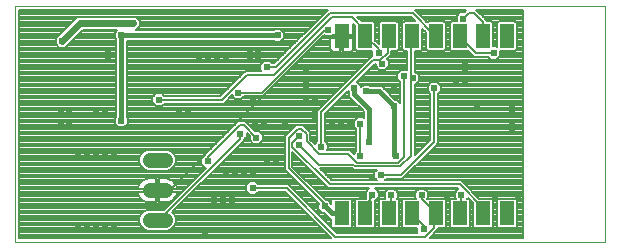
<source format=gbl>
G75*
%MOIN*%
%OFA0B0*%
%FSLAX25Y25*%
%IPPOS*%
%LPD*%
%AMOC8*
5,1,8,0,0,1.08239X$1,22.5*
%
%ADD10C,0.00100*%
%ADD11C,0.05150*%
%ADD12R,0.04724X0.07874*%
%ADD13C,0.00600*%
%ADD14C,0.02400*%
%ADD15C,0.00800*%
%ADD16C,0.01600*%
%ADD17C,0.02400*%
D10*
X0024791Y0037936D02*
X0221641Y0037936D01*
X0221641Y0116676D01*
X0024791Y0116676D01*
X0024791Y0037936D01*
D11*
X0069736Y0045125D02*
X0074886Y0045125D01*
X0074886Y0055125D02*
X0069736Y0055125D01*
X0069736Y0065125D02*
X0074886Y0065125D01*
D12*
X0133649Y0047424D03*
X0141523Y0047424D03*
X0149397Y0047424D03*
X0157271Y0047424D03*
X0165145Y0047424D03*
X0173019Y0047424D03*
X0180893Y0047424D03*
X0188767Y0047424D03*
X0188767Y0106479D03*
X0180893Y0106479D03*
X0173019Y0106479D03*
X0165145Y0106479D03*
X0157271Y0106479D03*
X0149397Y0106479D03*
X0141523Y0106479D03*
X0133649Y0106479D03*
D13*
X0133391Y0106336D01*
X0127391Y0106336D01*
X0105191Y0084136D01*
X0103991Y0085336D01*
X0105191Y0084136D02*
X0076391Y0055336D01*
X0072791Y0055336D01*
X0072311Y0055125D01*
X0072791Y0045136D02*
X0072311Y0045125D01*
X0072791Y0045136D02*
X0099791Y0072136D01*
X0099791Y0073936D01*
X0099791Y0076936D02*
X0088991Y0066136D01*
X0088991Y0064936D01*
X0103991Y0055936D02*
X0115391Y0055936D01*
X0131591Y0039736D01*
X0161591Y0039736D01*
X0164591Y0042736D01*
X0164591Y0046936D01*
X0165145Y0047424D01*
X0165191Y0047536D01*
X0160391Y0052336D01*
X0160391Y0053536D01*
X0150191Y0053536D02*
X0150191Y0048136D01*
X0149591Y0047536D01*
X0149397Y0047424D01*
X0157271Y0047424D02*
X0157391Y0046936D01*
X0160991Y0043336D01*
X0160991Y0042136D01*
X0173019Y0047424D02*
X0173591Y0047536D01*
X0173591Y0053536D01*
X0172991Y0057136D02*
X0180791Y0049336D01*
X0180791Y0047536D01*
X0180893Y0047424D01*
X0172991Y0057136D02*
X0129791Y0057136D01*
X0117191Y0069736D01*
X0117191Y0070936D01*
X0119591Y0073336D01*
X0120191Y0075736D02*
X0121991Y0073936D01*
X0121991Y0071536D01*
X0126191Y0067336D01*
X0135791Y0067336D01*
X0138791Y0064336D01*
X0152591Y0064336D01*
X0154391Y0066136D01*
X0154391Y0093136D01*
X0156791Y0092536D02*
X0157391Y0092536D01*
X0156791Y0092536D02*
X0156791Y0066736D01*
X0153191Y0063136D01*
X0138191Y0063136D01*
X0137591Y0063736D01*
X0126191Y0063736D01*
X0119591Y0070336D01*
X0115991Y0072736D02*
X0115991Y0062536D01*
X0127991Y0050536D01*
X0128137Y0049747D01*
X0126791Y0069736D02*
X0126791Y0081136D01*
X0144191Y0098536D01*
X0145991Y0098536D01*
X0147191Y0097336D01*
X0146591Y0098536D02*
X0148991Y0100936D01*
X0148991Y0106336D01*
X0149397Y0106479D01*
X0145991Y0102136D02*
X0141791Y0106336D01*
X0141523Y0106479D01*
X0141191Y0106936D01*
X0141191Y0108736D01*
X0136991Y0112936D01*
X0130391Y0112936D01*
X0111191Y0093736D01*
X0102191Y0093736D01*
X0093791Y0085336D01*
X0072791Y0085336D01*
X0099191Y0087736D02*
X0106991Y0087736D01*
X0127991Y0108736D01*
X0129191Y0108736D01*
X0129791Y0114136D02*
X0157391Y0114136D01*
X0164591Y0106936D01*
X0165145Y0106479D01*
X0157271Y0106479D02*
X0156791Y0106336D01*
X0156791Y0092536D01*
X0146591Y0098536D02*
X0145991Y0098536D01*
X0145991Y0100936D02*
X0145991Y0102136D01*
X0129791Y0114136D02*
X0111791Y0096136D01*
X0108791Y0096136D01*
X0100991Y0076936D02*
X0099791Y0076936D01*
X0100991Y0076936D02*
X0105191Y0072736D01*
X0115991Y0072736D02*
X0118991Y0075736D01*
X0120191Y0075736D01*
X0172991Y0106336D02*
X0173019Y0106479D01*
X0172991Y0106336D02*
X0178391Y0100936D01*
X0184391Y0100936D01*
X0180893Y0106479D02*
X0180791Y0106936D01*
X0180791Y0111136D01*
X0177791Y0114136D01*
X0175991Y0114136D01*
X0174191Y0112336D01*
D14*
X0174191Y0112336D03*
X0184391Y0100936D03*
X0174857Y0097934D03*
X0174857Y0094982D03*
X0174857Y0092029D03*
X0171904Y0092029D03*
X0164555Y0089117D03*
X0157391Y0092536D03*
X0154391Y0093136D03*
X0151235Y0089273D03*
X0148282Y0092226D03*
X0141917Y0088133D03*
X0137980Y0089117D03*
X0124660Y0084942D03*
X0121708Y0085926D03*
X0121708Y0088879D03*
X0121708Y0091832D03*
X0121708Y0094785D03*
X0108791Y0096136D03*
X0105960Y0099115D03*
X0103007Y0099115D03*
X0103007Y0102068D03*
X0105960Y0102068D03*
X0112389Y0106834D03*
X0129191Y0108736D03*
X0145330Y0111911D03*
X0153204Y0111911D03*
X0145991Y0100936D03*
X0147191Y0097336D03*
X0151169Y0083212D03*
X0139949Y0077306D03*
X0136471Y0077462D03*
X0133519Y0077462D03*
X0130566Y0077462D03*
X0124660Y0079037D03*
X0124660Y0081989D03*
X0114818Y0076478D03*
X0119591Y0073336D03*
X0119591Y0070336D03*
X0126791Y0069736D03*
X0139949Y0066479D03*
X0142901Y0071400D03*
X0151760Y0066479D03*
X0146838Y0060180D03*
X0143755Y0059352D03*
X0143886Y0053684D03*
X0140408Y0053446D03*
X0150191Y0053536D03*
X0160391Y0053536D03*
X0168952Y0052856D03*
X0173591Y0053536D03*
X0184700Y0052856D03*
X0192574Y0053446D03*
X0175841Y0061911D03*
X0172692Y0061911D03*
X0190605Y0072147D03*
X0190605Y0075100D03*
X0190605Y0078052D03*
X0190605Y0081005D03*
X0190605Y0083958D03*
X0178794Y0083171D03*
X0178794Y0076084D03*
X0128137Y0049747D03*
X0118755Y0045966D03*
X0115802Y0045966D03*
X0097101Y0051871D03*
X0094149Y0051871D03*
X0091196Y0051871D03*
X0103991Y0055936D03*
X0103991Y0061714D03*
X0101038Y0061714D03*
X0098086Y0061714D03*
X0095133Y0061714D03*
X0088991Y0064936D03*
X0099791Y0073936D03*
X0105191Y0072736D03*
X0104975Y0076478D03*
X0107928Y0076478D03*
X0103991Y0085336D03*
X0099191Y0087736D03*
X0082338Y0081399D03*
X0079385Y0081399D03*
X0072791Y0085336D03*
X0060224Y0078290D03*
X0054778Y0081399D03*
X0051826Y0081399D03*
X0051826Y0084352D03*
X0054778Y0084352D03*
X0042967Y0080415D03*
X0040015Y0080415D03*
X0040015Y0077462D03*
X0042967Y0077462D03*
X0045920Y0066635D03*
X0048873Y0066635D03*
X0051826Y0066635D03*
X0054778Y0066635D03*
X0057731Y0066635D03*
X0057731Y0043013D03*
X0054778Y0043013D03*
X0051826Y0043013D03*
X0048873Y0043013D03*
X0045920Y0043013D03*
X0088243Y0041045D03*
X0108912Y0065651D03*
X0111865Y0065651D03*
X0137456Y0042029D03*
X0145330Y0042029D03*
X0153204Y0042029D03*
X0160991Y0042136D03*
X0168952Y0042029D03*
X0176826Y0042029D03*
X0184700Y0042029D03*
X0095133Y0099115D03*
X0092180Y0099115D03*
X0089227Y0099115D03*
X0086275Y0099115D03*
X0064161Y0110771D03*
X0060224Y0106834D03*
X0055763Y0102068D03*
X0055763Y0099115D03*
X0055763Y0096163D03*
X0040539Y0104865D03*
D15*
X0038339Y0105011D02*
X0026241Y0105011D01*
X0026241Y0105809D02*
X0038372Y0105809D01*
X0038339Y0105776D02*
X0038339Y0103954D01*
X0039628Y0102665D01*
X0041450Y0102665D01*
X0042739Y0103954D01*
X0047356Y0108571D01*
X0058850Y0108571D01*
X0058024Y0107745D01*
X0058024Y0105922D01*
X0058424Y0105522D01*
X0058424Y0079602D01*
X0058024Y0079202D01*
X0058024Y0077379D01*
X0059313Y0076090D01*
X0061135Y0076090D01*
X0062424Y0077379D01*
X0062424Y0079202D01*
X0062024Y0079602D01*
X0062024Y0105034D01*
X0111078Y0105034D01*
X0111478Y0104634D01*
X0113301Y0104634D01*
X0114589Y0105922D01*
X0114589Y0107745D01*
X0113301Y0109034D01*
X0111478Y0109034D01*
X0111078Y0108634D01*
X0065135Y0108634D01*
X0066361Y0109859D01*
X0066361Y0111682D01*
X0065072Y0112971D01*
X0045533Y0112971D01*
X0039628Y0107065D01*
X0038339Y0105776D01*
X0039171Y0106608D02*
X0026241Y0106608D01*
X0026241Y0107406D02*
X0039969Y0107406D01*
X0040768Y0108205D02*
X0026241Y0108205D01*
X0026241Y0109003D02*
X0041566Y0109003D01*
X0042365Y0109802D02*
X0026241Y0109802D01*
X0026241Y0110600D02*
X0043163Y0110600D01*
X0043962Y0111399D02*
X0026241Y0111399D01*
X0026241Y0112197D02*
X0044760Y0112197D01*
X0046990Y0108205D02*
X0058484Y0108205D01*
X0058024Y0107406D02*
X0046192Y0107406D01*
X0045393Y0106608D02*
X0058024Y0106608D01*
X0058137Y0105809D02*
X0044595Y0105809D01*
X0043796Y0105011D02*
X0058424Y0105011D01*
X0058424Y0104212D02*
X0042998Y0104212D01*
X0042199Y0103414D02*
X0058424Y0103414D01*
X0058424Y0102615D02*
X0026241Y0102615D01*
X0026241Y0101817D02*
X0058424Y0101817D01*
X0058424Y0101018D02*
X0026241Y0101018D01*
X0026241Y0100220D02*
X0058424Y0100220D01*
X0058424Y0099421D02*
X0026241Y0099421D01*
X0026241Y0098623D02*
X0058424Y0098623D01*
X0058424Y0097824D02*
X0026241Y0097824D01*
X0026241Y0097026D02*
X0058424Y0097026D01*
X0058424Y0096227D02*
X0026241Y0096227D01*
X0026241Y0095429D02*
X0058424Y0095429D01*
X0058424Y0094630D02*
X0026241Y0094630D01*
X0026241Y0093832D02*
X0058424Y0093832D01*
X0058424Y0093033D02*
X0026241Y0093033D01*
X0026241Y0092235D02*
X0058424Y0092235D01*
X0058424Y0091436D02*
X0026241Y0091436D01*
X0026241Y0090638D02*
X0058424Y0090638D01*
X0058424Y0089839D02*
X0026241Y0089839D01*
X0026241Y0089041D02*
X0058424Y0089041D01*
X0058424Y0088242D02*
X0026241Y0088242D01*
X0026241Y0087444D02*
X0058424Y0087444D01*
X0058424Y0086645D02*
X0026241Y0086645D01*
X0026241Y0085847D02*
X0058424Y0085847D01*
X0058424Y0085048D02*
X0026241Y0085048D01*
X0026241Y0084250D02*
X0058424Y0084250D01*
X0058424Y0083451D02*
X0026241Y0083451D01*
X0026241Y0082653D02*
X0058424Y0082653D01*
X0058424Y0081854D02*
X0026241Y0081854D01*
X0026241Y0081056D02*
X0058424Y0081056D01*
X0058424Y0080257D02*
X0026241Y0080257D01*
X0026241Y0079459D02*
X0058281Y0079459D01*
X0058024Y0078660D02*
X0026241Y0078660D01*
X0026241Y0077861D02*
X0058024Y0077861D01*
X0058340Y0077063D02*
X0026241Y0077063D01*
X0026241Y0076264D02*
X0059139Y0076264D01*
X0061310Y0076264D02*
X0097281Y0076264D01*
X0096483Y0075466D02*
X0026241Y0075466D01*
X0026241Y0074667D02*
X0095684Y0074667D01*
X0094886Y0073869D02*
X0026241Y0073869D01*
X0026241Y0073070D02*
X0094087Y0073070D01*
X0093289Y0072272D02*
X0026241Y0072272D01*
X0026241Y0071473D02*
X0092490Y0071473D01*
X0091692Y0070675D02*
X0026241Y0070675D01*
X0026241Y0069876D02*
X0090893Y0069876D01*
X0090095Y0069078D02*
X0026241Y0069078D01*
X0026241Y0068279D02*
X0068010Y0068279D01*
X0067711Y0068155D02*
X0066705Y0067150D01*
X0066161Y0065836D01*
X0066161Y0064414D01*
X0066705Y0063100D01*
X0067711Y0062094D01*
X0069025Y0061550D01*
X0075597Y0061550D01*
X0076910Y0062094D01*
X0077916Y0063100D01*
X0078460Y0064414D01*
X0078460Y0065836D01*
X0077916Y0067150D01*
X0076910Y0068155D01*
X0075597Y0068700D01*
X0069025Y0068700D01*
X0067711Y0068155D01*
X0067036Y0067481D02*
X0026241Y0067481D01*
X0026241Y0066682D02*
X0066512Y0066682D01*
X0066181Y0065884D02*
X0026241Y0065884D01*
X0026241Y0065085D02*
X0066161Y0065085D01*
X0066214Y0064287D02*
X0026241Y0064287D01*
X0026241Y0063488D02*
X0066544Y0063488D01*
X0067116Y0062690D02*
X0026241Y0062690D01*
X0026241Y0061891D02*
X0068201Y0061891D01*
X0068577Y0058947D02*
X0067853Y0058647D01*
X0067202Y0058212D01*
X0066648Y0057659D01*
X0066213Y0057008D01*
X0065914Y0056284D01*
X0065761Y0055516D01*
X0065761Y0055512D01*
X0071923Y0055512D01*
X0071923Y0054737D01*
X0072698Y0054737D01*
X0072698Y0051150D01*
X0075277Y0051150D01*
X0076045Y0051303D01*
X0076768Y0051602D01*
X0077419Y0052037D01*
X0077973Y0052591D01*
X0078408Y0053242D01*
X0078708Y0053965D01*
X0078860Y0054733D01*
X0078860Y0054737D01*
X0072698Y0054737D01*
X0072698Y0055512D01*
X0078860Y0055512D01*
X0078860Y0055516D01*
X0078708Y0056284D01*
X0078408Y0057008D01*
X0077973Y0057659D01*
X0077419Y0058212D01*
X0076768Y0058647D01*
X0076045Y0058947D01*
X0075277Y0059100D01*
X0072698Y0059100D01*
X0072698Y0055512D01*
X0071923Y0055512D01*
X0071923Y0059100D01*
X0069344Y0059100D01*
X0068577Y0058947D01*
X0067974Y0058697D02*
X0026241Y0058697D01*
X0026241Y0057899D02*
X0066889Y0057899D01*
X0066275Y0057100D02*
X0026241Y0057100D01*
X0026241Y0056302D02*
X0065921Y0056302D01*
X0065761Y0054737D02*
X0065761Y0054733D01*
X0065914Y0053965D01*
X0066213Y0053242D01*
X0066648Y0052591D01*
X0067202Y0052037D01*
X0067853Y0051602D01*
X0068577Y0051303D01*
X0069344Y0051150D01*
X0071923Y0051150D01*
X0071923Y0054737D01*
X0065761Y0054737D01*
X0065767Y0054705D02*
X0026241Y0054705D01*
X0026241Y0055503D02*
X0071923Y0055503D01*
X0072698Y0055503D02*
X0081320Y0055503D01*
X0080521Y0054705D02*
X0078855Y0054705D01*
X0078683Y0053906D02*
X0079723Y0053906D01*
X0078924Y0053108D02*
X0078318Y0053108D01*
X0078126Y0052309D02*
X0077691Y0052309D01*
X0077327Y0051511D02*
X0076547Y0051511D01*
X0076529Y0050712D02*
X0026241Y0050712D01*
X0026241Y0049914D02*
X0075730Y0049914D01*
X0074932Y0049115D02*
X0026241Y0049115D01*
X0026241Y0048317D02*
X0068100Y0048317D01*
X0067711Y0048155D02*
X0066705Y0047150D01*
X0066161Y0045836D01*
X0066161Y0044414D01*
X0066705Y0043100D01*
X0067711Y0042094D01*
X0069025Y0041550D01*
X0075597Y0041550D01*
X0076910Y0042094D01*
X0077916Y0043100D01*
X0078460Y0044414D01*
X0078460Y0045836D01*
X0077916Y0047150D01*
X0077280Y0047786D01*
X0101091Y0071597D01*
X0101091Y0072125D01*
X0101991Y0073025D01*
X0101991Y0074097D01*
X0102991Y0073097D01*
X0102991Y0071825D01*
X0104280Y0070536D01*
X0106102Y0070536D01*
X0107391Y0071825D01*
X0107391Y0073647D01*
X0106102Y0074936D01*
X0104830Y0074936D01*
X0102291Y0077474D01*
X0101530Y0078236D01*
X0099253Y0078236D01*
X0088453Y0067436D01*
X0088153Y0067136D01*
X0088080Y0067136D01*
X0086791Y0065847D01*
X0086791Y0064025D01*
X0088080Y0062736D01*
X0088553Y0062736D01*
X0074516Y0048700D01*
X0069025Y0048700D01*
X0067711Y0048155D01*
X0067074Y0047518D02*
X0026241Y0047518D01*
X0026241Y0046720D02*
X0066527Y0046720D01*
X0066196Y0045921D02*
X0026241Y0045921D01*
X0026241Y0045123D02*
X0066161Y0045123D01*
X0066198Y0044324D02*
X0026241Y0044324D01*
X0026241Y0043526D02*
X0066529Y0043526D01*
X0067078Y0042727D02*
X0026241Y0042727D01*
X0026241Y0041928D02*
X0068111Y0041928D01*
X0076510Y0041928D02*
X0127560Y0041928D01*
X0128359Y0041130D02*
X0026241Y0041130D01*
X0026241Y0040331D02*
X0129157Y0040331D01*
X0129956Y0039533D02*
X0026241Y0039533D01*
X0026241Y0039386D02*
X0026241Y0115226D01*
X0129043Y0115226D01*
X0128491Y0114674D01*
X0111253Y0097436D01*
X0110602Y0097436D01*
X0109702Y0098336D01*
X0107880Y0098336D01*
X0106591Y0097047D01*
X0106591Y0095225D01*
X0106780Y0095036D01*
X0101653Y0095036D01*
X0100891Y0094274D01*
X0093253Y0086636D01*
X0074602Y0086636D01*
X0073702Y0087536D01*
X0071880Y0087536D01*
X0070591Y0086247D01*
X0070591Y0084425D01*
X0071880Y0083136D01*
X0073702Y0083136D01*
X0074602Y0084036D01*
X0094330Y0084036D01*
X0097055Y0086761D01*
X0098280Y0085536D01*
X0100102Y0085536D01*
X0101002Y0086436D01*
X0107530Y0086436D01*
X0127955Y0106861D01*
X0128280Y0106536D01*
X0130102Y0106536D01*
X0130446Y0106879D01*
X0133249Y0106879D01*
X0133249Y0106079D01*
X0129887Y0106079D01*
X0129887Y0102358D01*
X0129983Y0102002D01*
X0130167Y0101683D01*
X0130427Y0101422D01*
X0130747Y0101238D01*
X0131103Y0101142D01*
X0133249Y0101142D01*
X0133249Y0106079D01*
X0134049Y0106079D01*
X0134049Y0101142D01*
X0136196Y0101142D01*
X0136552Y0101238D01*
X0136871Y0101422D01*
X0137132Y0101683D01*
X0137316Y0102002D01*
X0137412Y0102358D01*
X0137412Y0106079D01*
X0134049Y0106079D01*
X0134049Y0106879D01*
X0137412Y0106879D01*
X0137412Y0110601D01*
X0137384Y0110705D01*
X0138161Y0109927D01*
X0138161Y0102128D01*
X0138747Y0101542D01*
X0143791Y0101542D01*
X0143791Y0100025D01*
X0143980Y0099836D01*
X0143653Y0099836D01*
X0142891Y0099074D01*
X0125491Y0081674D01*
X0125491Y0071547D01*
X0124655Y0070711D01*
X0123291Y0072074D01*
X0123291Y0074474D01*
X0121491Y0076274D01*
X0120730Y0077036D01*
X0118453Y0077036D01*
X0115453Y0074036D01*
X0114691Y0073274D01*
X0114691Y0061997D01*
X0125984Y0050705D01*
X0125937Y0050658D01*
X0125937Y0048836D01*
X0127226Y0047547D01*
X0127792Y0047547D01*
X0128660Y0046679D01*
X0129715Y0045624D01*
X0130287Y0045624D01*
X0130287Y0043073D01*
X0130873Y0042487D01*
X0136426Y0042487D01*
X0137012Y0043073D01*
X0137012Y0051775D01*
X0136426Y0052361D01*
X0130873Y0052361D01*
X0130287Y0051775D01*
X0130287Y0050709D01*
X0129049Y0051947D01*
X0128418Y0051947D01*
X0117291Y0063074D01*
X0117291Y0067797D01*
X0128491Y0056597D01*
X0129253Y0055836D01*
X0142926Y0055836D01*
X0141686Y0054595D01*
X0141686Y0052773D01*
X0141868Y0052591D01*
X0141766Y0052361D01*
X0138747Y0052361D01*
X0138161Y0051775D01*
X0138161Y0043073D01*
X0138747Y0042487D01*
X0144300Y0042487D01*
X0144886Y0043073D01*
X0144886Y0051573D01*
X0146086Y0052773D01*
X0146086Y0054595D01*
X0144845Y0055836D01*
X0172453Y0055836D01*
X0172616Y0055672D01*
X0171391Y0054447D01*
X0171391Y0052625D01*
X0171655Y0052361D01*
X0170243Y0052361D01*
X0169657Y0051775D01*
X0169657Y0043073D01*
X0170243Y0042487D01*
X0175796Y0042487D01*
X0176382Y0043073D01*
X0176382Y0051775D01*
X0175796Y0052361D01*
X0175527Y0052361D01*
X0175727Y0052561D01*
X0177531Y0050757D01*
X0177531Y0043073D01*
X0178117Y0042487D01*
X0183670Y0042487D01*
X0184256Y0043073D01*
X0184256Y0051775D01*
X0183670Y0052361D01*
X0179604Y0052361D01*
X0173530Y0058436D01*
X0148205Y0058436D01*
X0148550Y0058780D01*
X0153914Y0058780D01*
X0165135Y0070000D01*
X0165955Y0070821D01*
X0165955Y0087406D01*
X0166755Y0088206D01*
X0166755Y0090028D01*
X0165466Y0091317D01*
X0163644Y0091317D01*
X0162355Y0090028D01*
X0162355Y0088206D01*
X0163155Y0087406D01*
X0163155Y0071980D01*
X0158091Y0066917D01*
X0158091Y0090336D01*
X0158302Y0090336D01*
X0159591Y0091625D01*
X0159591Y0093447D01*
X0158302Y0094736D01*
X0158091Y0094736D01*
X0158091Y0101542D01*
X0160048Y0101542D01*
X0160634Y0102128D01*
X0160634Y0109055D01*
X0161783Y0107905D01*
X0161783Y0102128D01*
X0162369Y0101542D01*
X0167922Y0101542D01*
X0168508Y0102128D01*
X0168508Y0110830D01*
X0167922Y0111416D01*
X0162369Y0111416D01*
X0162159Y0111206D01*
X0158139Y0115226D01*
X0175243Y0115226D01*
X0174691Y0114674D01*
X0174553Y0114536D01*
X0173280Y0114536D01*
X0171991Y0113247D01*
X0171991Y0111425D01*
X0171999Y0111416D01*
X0170243Y0111416D01*
X0169657Y0110830D01*
X0169657Y0102128D01*
X0170243Y0101542D01*
X0175796Y0101542D01*
X0175871Y0101617D01*
X0177853Y0099636D01*
X0182580Y0099636D01*
X0183480Y0098736D01*
X0185302Y0098736D01*
X0186591Y0100025D01*
X0186591Y0101542D01*
X0191544Y0101542D01*
X0192130Y0102128D01*
X0192130Y0110830D01*
X0191544Y0111416D01*
X0185991Y0111416D01*
X0185405Y0110830D01*
X0185405Y0103033D01*
X0185302Y0103136D01*
X0184256Y0103136D01*
X0184256Y0110830D01*
X0183670Y0111416D01*
X0182091Y0111416D01*
X0182091Y0111674D01*
X0181330Y0112436D01*
X0181330Y0112436D01*
X0179091Y0114674D01*
X0179091Y0114674D01*
X0178539Y0115226D01*
X0194082Y0115226D01*
X0194082Y0039386D01*
X0163079Y0039386D01*
X0165130Y0041436D01*
X0165891Y0042197D01*
X0165891Y0042487D01*
X0167922Y0042487D01*
X0168508Y0043073D01*
X0168508Y0051775D01*
X0167922Y0052361D01*
X0162369Y0052361D01*
X0162287Y0052279D01*
X0162266Y0052300D01*
X0162591Y0052625D01*
X0162591Y0054447D01*
X0161302Y0055736D01*
X0159480Y0055736D01*
X0158191Y0054447D01*
X0158191Y0052625D01*
X0158455Y0052361D01*
X0154495Y0052361D01*
X0153909Y0051775D01*
X0153909Y0043073D01*
X0154495Y0042487D01*
X0158791Y0042487D01*
X0158791Y0041225D01*
X0158980Y0041036D01*
X0132130Y0041036D01*
X0115930Y0057236D01*
X0105802Y0057236D01*
X0104902Y0058136D01*
X0103080Y0058136D01*
X0101791Y0056847D01*
X0101791Y0055025D01*
X0103080Y0053736D01*
X0104902Y0053736D01*
X0105802Y0054636D01*
X0114853Y0054636D01*
X0130103Y0039386D01*
X0026241Y0039386D01*
X0026241Y0051511D02*
X0068075Y0051511D01*
X0066930Y0052309D02*
X0026241Y0052309D01*
X0026241Y0053108D02*
X0066303Y0053108D01*
X0065938Y0053906D02*
X0026241Y0053906D01*
X0026241Y0059496D02*
X0085312Y0059496D01*
X0084514Y0058697D02*
X0076648Y0058697D01*
X0077733Y0057899D02*
X0083715Y0057899D01*
X0082917Y0057100D02*
X0078346Y0057100D01*
X0078700Y0056302D02*
X0082118Y0056302D01*
X0084198Y0054705D02*
X0102111Y0054705D01*
X0101791Y0055503D02*
X0084997Y0055503D01*
X0085795Y0056302D02*
X0101791Y0056302D01*
X0102044Y0057100D02*
X0086594Y0057100D01*
X0087392Y0057899D02*
X0102843Y0057899D01*
X0105140Y0057899D02*
X0118790Y0057899D01*
X0117991Y0058697D02*
X0088191Y0058697D01*
X0088989Y0059496D02*
X0117193Y0059496D01*
X0116394Y0060294D02*
X0089788Y0060294D01*
X0090586Y0061093D02*
X0115596Y0061093D01*
X0114797Y0061891D02*
X0091385Y0061891D01*
X0092183Y0062690D02*
X0114691Y0062690D01*
X0114691Y0063488D02*
X0092982Y0063488D01*
X0093780Y0064287D02*
X0114691Y0064287D01*
X0114691Y0065085D02*
X0094579Y0065085D01*
X0095377Y0065884D02*
X0114691Y0065884D01*
X0114691Y0066682D02*
X0096176Y0066682D01*
X0096974Y0067481D02*
X0114691Y0067481D01*
X0114691Y0068279D02*
X0097773Y0068279D01*
X0098571Y0069078D02*
X0114691Y0069078D01*
X0114691Y0069876D02*
X0099370Y0069876D01*
X0100168Y0070675D02*
X0104141Y0070675D01*
X0103342Y0071473D02*
X0100967Y0071473D01*
X0101238Y0072272D02*
X0102991Y0072272D01*
X0102991Y0073070D02*
X0101991Y0073070D01*
X0101991Y0073869D02*
X0102220Y0073869D01*
X0104299Y0075466D02*
X0116883Y0075466D01*
X0117681Y0076264D02*
X0103501Y0076264D01*
X0102702Y0077063D02*
X0125491Y0077063D01*
X0125491Y0077861D02*
X0101904Y0077861D01*
X0098878Y0077861D02*
X0062424Y0077861D01*
X0062424Y0078660D02*
X0125491Y0078660D01*
X0125491Y0079459D02*
X0062167Y0079459D01*
X0062024Y0080257D02*
X0125491Y0080257D01*
X0125491Y0081056D02*
X0062024Y0081056D01*
X0062024Y0081854D02*
X0125671Y0081854D01*
X0126469Y0082653D02*
X0062024Y0082653D01*
X0062024Y0083451D02*
X0071565Y0083451D01*
X0070766Y0084250D02*
X0062024Y0084250D01*
X0062024Y0085048D02*
X0070591Y0085048D01*
X0070591Y0085847D02*
X0062024Y0085847D01*
X0062024Y0086645D02*
X0070989Y0086645D01*
X0071787Y0087444D02*
X0062024Y0087444D01*
X0062024Y0088242D02*
X0094859Y0088242D01*
X0095657Y0089041D02*
X0062024Y0089041D01*
X0062024Y0089839D02*
X0096456Y0089839D01*
X0097254Y0090638D02*
X0062024Y0090638D01*
X0062024Y0091436D02*
X0098053Y0091436D01*
X0098851Y0092235D02*
X0062024Y0092235D01*
X0062024Y0093033D02*
X0099650Y0093033D01*
X0100448Y0093832D02*
X0062024Y0093832D01*
X0062024Y0094630D02*
X0101247Y0094630D01*
X0106591Y0095429D02*
X0062024Y0095429D01*
X0062024Y0096227D02*
X0106591Y0096227D01*
X0106591Y0097026D02*
X0062024Y0097026D01*
X0062024Y0097824D02*
X0107368Y0097824D01*
X0110214Y0097824D02*
X0111641Y0097824D01*
X0112439Y0098623D02*
X0062024Y0098623D01*
X0062024Y0099421D02*
X0113238Y0099421D01*
X0114036Y0100220D02*
X0062024Y0100220D01*
X0062024Y0101018D02*
X0114835Y0101018D01*
X0115633Y0101817D02*
X0062024Y0101817D01*
X0062024Y0102615D02*
X0116432Y0102615D01*
X0117230Y0103414D02*
X0062024Y0103414D01*
X0062024Y0104212D02*
X0118029Y0104212D01*
X0118828Y0105011D02*
X0113678Y0105011D01*
X0114477Y0105809D02*
X0119626Y0105809D01*
X0120425Y0106608D02*
X0114589Y0106608D01*
X0114589Y0107406D02*
X0121223Y0107406D01*
X0122022Y0108205D02*
X0114129Y0108205D01*
X0113331Y0109003D02*
X0122820Y0109003D01*
X0123619Y0109802D02*
X0066304Y0109802D01*
X0066361Y0110600D02*
X0124417Y0110600D01*
X0125216Y0111399D02*
X0066361Y0111399D01*
X0065845Y0112197D02*
X0126014Y0112197D01*
X0126813Y0112996D02*
X0026241Y0112996D01*
X0026241Y0113795D02*
X0127611Y0113795D01*
X0128410Y0114593D02*
X0026241Y0114593D01*
X0026241Y0104212D02*
X0038339Y0104212D01*
X0038879Y0103414D02*
X0026241Y0103414D01*
X0062024Y0105011D02*
X0111101Y0105011D01*
X0111448Y0109003D02*
X0065505Y0109003D01*
X0073795Y0087444D02*
X0094060Y0087444D01*
X0093262Y0086645D02*
X0074593Y0086645D01*
X0074017Y0083451D02*
X0127268Y0083451D01*
X0128066Y0084250D02*
X0094543Y0084250D01*
X0095342Y0085048D02*
X0128865Y0085048D01*
X0129663Y0085847D02*
X0100413Y0085847D01*
X0097969Y0085847D02*
X0096140Y0085847D01*
X0096939Y0086645D02*
X0097171Y0086645D01*
X0107739Y0086645D02*
X0130462Y0086645D01*
X0131260Y0087444D02*
X0108537Y0087444D01*
X0109336Y0088242D02*
X0132059Y0088242D01*
X0132857Y0089041D02*
X0110134Y0089041D01*
X0110933Y0089839D02*
X0133656Y0089839D01*
X0134454Y0090638D02*
X0111731Y0090638D01*
X0112530Y0091436D02*
X0135253Y0091436D01*
X0136051Y0092235D02*
X0113328Y0092235D01*
X0114127Y0093033D02*
X0136850Y0093033D01*
X0137648Y0093832D02*
X0114925Y0093832D01*
X0115724Y0094630D02*
X0138447Y0094630D01*
X0139245Y0095429D02*
X0116522Y0095429D01*
X0117321Y0096227D02*
X0140044Y0096227D01*
X0140842Y0097026D02*
X0118119Y0097026D01*
X0118918Y0097824D02*
X0141641Y0097824D01*
X0142439Y0098623D02*
X0119716Y0098623D01*
X0120515Y0099421D02*
X0143238Y0099421D01*
X0143791Y0100220D02*
X0121313Y0100220D01*
X0122112Y0101018D02*
X0143791Y0101018D01*
X0146035Y0103930D02*
X0144886Y0105080D01*
X0144886Y0110830D01*
X0144300Y0111416D01*
X0140349Y0111416D01*
X0138929Y0112836D01*
X0156853Y0112836D01*
X0158272Y0111416D01*
X0154495Y0111416D01*
X0153909Y0110830D01*
X0153909Y0102128D01*
X0154495Y0101542D01*
X0155491Y0101542D01*
X0155491Y0095147D01*
X0155302Y0095336D01*
X0153480Y0095336D01*
X0152191Y0094047D01*
X0152191Y0092225D01*
X0153091Y0091325D01*
X0153091Y0084401D01*
X0152080Y0085412D01*
X0151515Y0085412D01*
X0146993Y0089933D01*
X0143228Y0089933D01*
X0142828Y0090333D01*
X0141006Y0090333D01*
X0140180Y0089507D01*
X0140180Y0090028D01*
X0138891Y0091317D01*
X0138811Y0091317D01*
X0144730Y0097236D01*
X0144991Y0097236D01*
X0144991Y0096425D01*
X0146280Y0095136D01*
X0148102Y0095136D01*
X0149391Y0096425D01*
X0149391Y0098247D01*
X0148766Y0098872D01*
X0149530Y0099636D01*
X0150291Y0100397D01*
X0150291Y0101542D01*
X0152174Y0101542D01*
X0152760Y0102128D01*
X0152760Y0110830D01*
X0152174Y0111416D01*
X0146621Y0111416D01*
X0146035Y0110830D01*
X0146035Y0103930D01*
X0146035Y0104212D02*
X0145753Y0104212D01*
X0146035Y0105011D02*
X0144955Y0105011D01*
X0144886Y0105809D02*
X0146035Y0105809D01*
X0146035Y0106608D02*
X0144886Y0106608D01*
X0144886Y0107406D02*
X0146035Y0107406D01*
X0146035Y0108205D02*
X0144886Y0108205D01*
X0144886Y0109003D02*
X0146035Y0109003D01*
X0146035Y0109802D02*
X0144886Y0109802D01*
X0144886Y0110600D02*
X0146035Y0110600D01*
X0146604Y0111399D02*
X0144317Y0111399D01*
X0139568Y0112197D02*
X0157491Y0112197D01*
X0159571Y0113795D02*
X0172538Y0113795D01*
X0171991Y0112996D02*
X0160369Y0112996D01*
X0161168Y0112197D02*
X0171991Y0112197D01*
X0170226Y0111399D02*
X0167939Y0111399D01*
X0168508Y0110600D02*
X0169657Y0110600D01*
X0169657Y0109802D02*
X0168508Y0109802D01*
X0168508Y0109003D02*
X0169657Y0109003D01*
X0169657Y0108205D02*
X0168508Y0108205D01*
X0168508Y0107406D02*
X0169657Y0107406D01*
X0169657Y0106608D02*
X0168508Y0106608D01*
X0168508Y0105809D02*
X0169657Y0105809D01*
X0169657Y0105011D02*
X0168508Y0105011D01*
X0168508Y0104212D02*
X0169657Y0104212D01*
X0169657Y0103414D02*
X0168508Y0103414D01*
X0168508Y0102615D02*
X0169657Y0102615D01*
X0169968Y0101817D02*
X0168196Y0101817D01*
X0162094Y0101817D02*
X0160322Y0101817D01*
X0160634Y0102615D02*
X0161783Y0102615D01*
X0161783Y0103414D02*
X0160634Y0103414D01*
X0160634Y0104212D02*
X0161783Y0104212D01*
X0161783Y0105011D02*
X0160634Y0105011D01*
X0160634Y0105809D02*
X0161783Y0105809D01*
X0161783Y0106608D02*
X0160634Y0106608D01*
X0160634Y0107406D02*
X0161783Y0107406D01*
X0161484Y0108205D02*
X0160634Y0108205D01*
X0160634Y0109003D02*
X0160685Y0109003D01*
X0161966Y0111399D02*
X0162352Y0111399D01*
X0158772Y0114593D02*
X0174610Y0114593D01*
X0179172Y0114593D02*
X0194082Y0114593D01*
X0194082Y0113795D02*
X0179971Y0113795D01*
X0180769Y0112996D02*
X0194082Y0112996D01*
X0194082Y0112197D02*
X0181568Y0112197D01*
X0183687Y0111399D02*
X0185974Y0111399D01*
X0185405Y0110600D02*
X0184256Y0110600D01*
X0184256Y0109802D02*
X0185405Y0109802D01*
X0185405Y0109003D02*
X0184256Y0109003D01*
X0184256Y0108205D02*
X0185405Y0108205D01*
X0185405Y0107406D02*
X0184256Y0107406D01*
X0184256Y0106608D02*
X0185405Y0106608D01*
X0185405Y0105809D02*
X0184256Y0105809D01*
X0184256Y0105011D02*
X0185405Y0105011D01*
X0185405Y0104212D02*
X0184256Y0104212D01*
X0184256Y0103414D02*
X0185405Y0103414D01*
X0186591Y0101018D02*
X0194082Y0101018D01*
X0194082Y0100220D02*
X0186591Y0100220D01*
X0185988Y0099421D02*
X0194082Y0099421D01*
X0194082Y0098623D02*
X0158091Y0098623D01*
X0158091Y0099421D02*
X0182794Y0099421D01*
X0177269Y0100220D02*
X0158091Y0100220D01*
X0158091Y0101018D02*
X0176470Y0101018D01*
X0191818Y0101817D02*
X0194082Y0101817D01*
X0194082Y0102615D02*
X0192130Y0102615D01*
X0192130Y0103414D02*
X0194082Y0103414D01*
X0194082Y0104212D02*
X0192130Y0104212D01*
X0192130Y0105011D02*
X0194082Y0105011D01*
X0194082Y0105809D02*
X0192130Y0105809D01*
X0192130Y0106608D02*
X0194082Y0106608D01*
X0194082Y0107406D02*
X0192130Y0107406D01*
X0192130Y0108205D02*
X0194082Y0108205D01*
X0194082Y0109003D02*
X0192130Y0109003D01*
X0192130Y0109802D02*
X0194082Y0109802D01*
X0194082Y0110600D02*
X0192130Y0110600D01*
X0191561Y0111399D02*
X0194082Y0111399D01*
X0194082Y0097824D02*
X0158091Y0097824D01*
X0158091Y0097026D02*
X0194082Y0097026D01*
X0194082Y0096227D02*
X0158091Y0096227D01*
X0158091Y0095429D02*
X0194082Y0095429D01*
X0194082Y0094630D02*
X0158408Y0094630D01*
X0159207Y0093832D02*
X0194082Y0093832D01*
X0194082Y0093033D02*
X0159591Y0093033D01*
X0159591Y0092235D02*
X0194082Y0092235D01*
X0194082Y0091436D02*
X0159403Y0091436D01*
X0158604Y0090638D02*
X0162964Y0090638D01*
X0162355Y0089839D02*
X0158091Y0089839D01*
X0158091Y0089041D02*
X0162355Y0089041D01*
X0162355Y0088242D02*
X0158091Y0088242D01*
X0158091Y0087444D02*
X0163117Y0087444D01*
X0163155Y0086645D02*
X0158091Y0086645D01*
X0158091Y0085847D02*
X0163155Y0085847D01*
X0163155Y0085048D02*
X0158091Y0085048D01*
X0158091Y0084250D02*
X0163155Y0084250D01*
X0163155Y0083451D02*
X0158091Y0083451D01*
X0158091Y0082653D02*
X0163155Y0082653D01*
X0163155Y0081854D02*
X0158091Y0081854D01*
X0158091Y0081056D02*
X0163155Y0081056D01*
X0163155Y0080257D02*
X0158091Y0080257D01*
X0158091Y0079459D02*
X0163155Y0079459D01*
X0163155Y0078660D02*
X0158091Y0078660D01*
X0158091Y0077861D02*
X0163155Y0077861D01*
X0163155Y0077063D02*
X0158091Y0077063D01*
X0158091Y0076264D02*
X0163155Y0076264D01*
X0163155Y0075466D02*
X0158091Y0075466D01*
X0158091Y0074667D02*
X0163155Y0074667D01*
X0163155Y0073869D02*
X0158091Y0073869D01*
X0158091Y0073070D02*
X0163155Y0073070D01*
X0163155Y0072272D02*
X0158091Y0072272D01*
X0158091Y0071473D02*
X0162648Y0071473D01*
X0161849Y0070675D02*
X0158091Y0070675D01*
X0158091Y0069876D02*
X0161051Y0069876D01*
X0160252Y0069078D02*
X0158091Y0069078D01*
X0158091Y0068279D02*
X0159454Y0068279D01*
X0158655Y0067481D02*
X0158091Y0067481D01*
X0160220Y0065085D02*
X0194082Y0065085D01*
X0194082Y0064287D02*
X0159421Y0064287D01*
X0158623Y0063488D02*
X0194082Y0063488D01*
X0194082Y0062690D02*
X0157824Y0062690D01*
X0157025Y0061891D02*
X0194082Y0061891D01*
X0194082Y0061093D02*
X0156227Y0061093D01*
X0155428Y0060294D02*
X0194082Y0060294D01*
X0194082Y0059496D02*
X0154630Y0059496D01*
X0153334Y0060180D02*
X0164555Y0071400D01*
X0164555Y0089117D01*
X0166145Y0090638D02*
X0194082Y0090638D01*
X0194082Y0089839D02*
X0166755Y0089839D01*
X0166755Y0089041D02*
X0194082Y0089041D01*
X0194082Y0088242D02*
X0166755Y0088242D01*
X0165993Y0087444D02*
X0194082Y0087444D01*
X0194082Y0086645D02*
X0165955Y0086645D01*
X0165955Y0085847D02*
X0194082Y0085847D01*
X0194082Y0085048D02*
X0165955Y0085048D01*
X0165955Y0084250D02*
X0194082Y0084250D01*
X0194082Y0083451D02*
X0165955Y0083451D01*
X0165955Y0082653D02*
X0194082Y0082653D01*
X0194082Y0081854D02*
X0165955Y0081854D01*
X0165955Y0081056D02*
X0194082Y0081056D01*
X0194082Y0080257D02*
X0165955Y0080257D01*
X0165955Y0079459D02*
X0194082Y0079459D01*
X0194082Y0078660D02*
X0165955Y0078660D01*
X0165955Y0077861D02*
X0194082Y0077861D01*
X0194082Y0077063D02*
X0165955Y0077063D01*
X0165955Y0076264D02*
X0194082Y0076264D01*
X0194082Y0075466D02*
X0165955Y0075466D01*
X0165955Y0074667D02*
X0194082Y0074667D01*
X0194082Y0073869D02*
X0165955Y0073869D01*
X0165955Y0073070D02*
X0194082Y0073070D01*
X0194082Y0072272D02*
X0165955Y0072272D01*
X0165955Y0071473D02*
X0194082Y0071473D01*
X0194082Y0070675D02*
X0165809Y0070675D01*
X0165011Y0069876D02*
X0194082Y0069876D01*
X0194082Y0069078D02*
X0164212Y0069078D01*
X0163414Y0068279D02*
X0194082Y0068279D01*
X0194082Y0067481D02*
X0162615Y0067481D01*
X0161817Y0066682D02*
X0194082Y0066682D01*
X0194082Y0065884D02*
X0161018Y0065884D01*
X0153334Y0060180D02*
X0146838Y0060180D01*
X0145210Y0058697D02*
X0130068Y0058697D01*
X0130330Y0058436D02*
X0126329Y0062436D01*
X0137053Y0062436D01*
X0137653Y0061836D01*
X0145383Y0061836D01*
X0144638Y0061091D01*
X0144638Y0059269D01*
X0145471Y0058436D01*
X0130330Y0058436D01*
X0129270Y0059496D02*
X0144638Y0059496D01*
X0144638Y0060294D02*
X0128471Y0060294D01*
X0127673Y0061093D02*
X0144640Y0061093D01*
X0148467Y0058697D02*
X0194082Y0058697D01*
X0194082Y0057899D02*
X0174067Y0057899D01*
X0174865Y0057100D02*
X0194082Y0057100D01*
X0194082Y0056302D02*
X0175664Y0056302D01*
X0176462Y0055503D02*
X0194082Y0055503D01*
X0194082Y0054705D02*
X0177261Y0054705D01*
X0178059Y0053906D02*
X0194082Y0053906D01*
X0194082Y0053108D02*
X0178858Y0053108D01*
X0176778Y0051511D02*
X0176382Y0051511D01*
X0176382Y0050712D02*
X0177531Y0050712D01*
X0177531Y0049914D02*
X0176382Y0049914D01*
X0176382Y0049115D02*
X0177531Y0049115D01*
X0177531Y0048317D02*
X0176382Y0048317D01*
X0176382Y0047518D02*
X0177531Y0047518D01*
X0177531Y0046720D02*
X0176382Y0046720D01*
X0176382Y0045921D02*
X0177531Y0045921D01*
X0177531Y0045123D02*
X0176382Y0045123D01*
X0176382Y0044324D02*
X0177531Y0044324D01*
X0177531Y0043526D02*
X0176382Y0043526D01*
X0176036Y0042727D02*
X0177877Y0042727D01*
X0183910Y0042727D02*
X0185751Y0042727D01*
X0185991Y0042487D02*
X0191544Y0042487D01*
X0192130Y0043073D01*
X0192130Y0051775D01*
X0191544Y0052361D01*
X0185991Y0052361D01*
X0185405Y0051775D01*
X0185405Y0043073D01*
X0185991Y0042487D01*
X0185405Y0043526D02*
X0184256Y0043526D01*
X0184256Y0044324D02*
X0185405Y0044324D01*
X0185405Y0045123D02*
X0184256Y0045123D01*
X0184256Y0045921D02*
X0185405Y0045921D01*
X0185405Y0046720D02*
X0184256Y0046720D01*
X0184256Y0047518D02*
X0185405Y0047518D01*
X0185405Y0048317D02*
X0184256Y0048317D01*
X0184256Y0049115D02*
X0185405Y0049115D01*
X0185405Y0049914D02*
X0184256Y0049914D01*
X0184256Y0050712D02*
X0185405Y0050712D01*
X0185405Y0051511D02*
X0184256Y0051511D01*
X0183722Y0052309D02*
X0185939Y0052309D01*
X0191596Y0052309D02*
X0194082Y0052309D01*
X0194082Y0051511D02*
X0192130Y0051511D01*
X0192130Y0050712D02*
X0194082Y0050712D01*
X0194082Y0049914D02*
X0192130Y0049914D01*
X0192130Y0049115D02*
X0194082Y0049115D01*
X0194082Y0048317D02*
X0192130Y0048317D01*
X0192130Y0047518D02*
X0194082Y0047518D01*
X0194082Y0046720D02*
X0192130Y0046720D01*
X0192130Y0045921D02*
X0194082Y0045921D01*
X0194082Y0045123D02*
X0192130Y0045123D01*
X0192130Y0044324D02*
X0194082Y0044324D01*
X0194082Y0043526D02*
X0192130Y0043526D01*
X0191784Y0042727D02*
X0194082Y0042727D01*
X0194082Y0041928D02*
X0165622Y0041928D01*
X0164824Y0041130D02*
X0194082Y0041130D01*
X0194082Y0040331D02*
X0164025Y0040331D01*
X0163227Y0039533D02*
X0194082Y0039533D01*
X0170003Y0042727D02*
X0168162Y0042727D01*
X0168508Y0043526D02*
X0169657Y0043526D01*
X0169657Y0044324D02*
X0168508Y0044324D01*
X0168508Y0045123D02*
X0169657Y0045123D01*
X0169657Y0045921D02*
X0168508Y0045921D01*
X0168508Y0046720D02*
X0169657Y0046720D01*
X0169657Y0047518D02*
X0168508Y0047518D01*
X0168508Y0048317D02*
X0169657Y0048317D01*
X0169657Y0049115D02*
X0168508Y0049115D01*
X0168508Y0049914D02*
X0169657Y0049914D01*
X0169657Y0050712D02*
X0168508Y0050712D01*
X0168508Y0051511D02*
X0169657Y0051511D01*
X0170191Y0052309D02*
X0167974Y0052309D01*
X0171391Y0053108D02*
X0162591Y0053108D01*
X0162591Y0053906D02*
X0171391Y0053906D01*
X0171649Y0054705D02*
X0162334Y0054705D01*
X0161535Y0055503D02*
X0172447Y0055503D01*
X0175848Y0052309D02*
X0175979Y0052309D01*
X0162317Y0052309D02*
X0162276Y0052309D01*
X0158191Y0053108D02*
X0152391Y0053108D01*
X0152391Y0052625D02*
X0152391Y0054447D01*
X0151102Y0055736D01*
X0149280Y0055736D01*
X0147991Y0054447D01*
X0147991Y0052625D01*
X0148255Y0052361D01*
X0146621Y0052361D01*
X0146035Y0051775D01*
X0146035Y0043073D01*
X0146621Y0042487D01*
X0152174Y0042487D01*
X0152760Y0043073D01*
X0152760Y0051775D01*
X0152174Y0052361D01*
X0152127Y0052361D01*
X0152391Y0052625D01*
X0152226Y0052309D02*
X0154443Y0052309D01*
X0153909Y0051511D02*
X0152760Y0051511D01*
X0152760Y0050712D02*
X0153909Y0050712D01*
X0153909Y0049914D02*
X0152760Y0049914D01*
X0152760Y0049115D02*
X0153909Y0049115D01*
X0153909Y0048317D02*
X0152760Y0048317D01*
X0152760Y0047518D02*
X0153909Y0047518D01*
X0153909Y0046720D02*
X0152760Y0046720D01*
X0152760Y0045921D02*
X0153909Y0045921D01*
X0153909Y0045123D02*
X0152760Y0045123D01*
X0152760Y0044324D02*
X0153909Y0044324D01*
X0153909Y0043526D02*
X0152760Y0043526D01*
X0152414Y0042727D02*
X0154255Y0042727D01*
X0158791Y0041928D02*
X0131237Y0041928D01*
X0130633Y0042727D02*
X0130438Y0042727D01*
X0130287Y0043526D02*
X0129640Y0043526D01*
X0130287Y0044324D02*
X0128841Y0044324D01*
X0128043Y0045123D02*
X0130287Y0045123D01*
X0129418Y0045921D02*
X0127244Y0045921D01*
X0126446Y0046720D02*
X0128619Y0046720D01*
X0127821Y0047518D02*
X0125647Y0047518D01*
X0124849Y0048317D02*
X0126457Y0048317D01*
X0125937Y0049115D02*
X0124050Y0049115D01*
X0123252Y0049914D02*
X0125937Y0049914D01*
X0125976Y0050712D02*
X0122453Y0050712D01*
X0121655Y0051511D02*
X0125178Y0051511D01*
X0124379Y0052309D02*
X0120856Y0052309D01*
X0120058Y0053108D02*
X0123581Y0053108D01*
X0122782Y0053906D02*
X0119259Y0053906D01*
X0118461Y0054705D02*
X0121984Y0054705D01*
X0121185Y0055503D02*
X0117662Y0055503D01*
X0116864Y0056302D02*
X0120387Y0056302D01*
X0119588Y0057100D02*
X0116065Y0057100D01*
X0120071Y0060294D02*
X0124794Y0060294D01*
X0123996Y0061093D02*
X0119273Y0061093D01*
X0118474Y0061891D02*
X0123197Y0061891D01*
X0122399Y0062690D02*
X0117676Y0062690D01*
X0117291Y0063488D02*
X0121600Y0063488D01*
X0120802Y0064287D02*
X0117291Y0064287D01*
X0117291Y0065085D02*
X0120003Y0065085D01*
X0119205Y0065884D02*
X0117291Y0065884D01*
X0117291Y0066682D02*
X0118406Y0066682D01*
X0117608Y0067481D02*
X0117291Y0067481D01*
X0114691Y0070675D02*
X0106241Y0070675D01*
X0107040Y0071473D02*
X0114691Y0071473D01*
X0114691Y0072272D02*
X0107391Y0072272D01*
X0107391Y0073070D02*
X0114691Y0073070D01*
X0115286Y0073869D02*
X0107169Y0073869D01*
X0106371Y0074667D02*
X0116084Y0074667D01*
X0121501Y0076264D02*
X0125491Y0076264D01*
X0125491Y0075466D02*
X0122299Y0075466D01*
X0123098Y0074667D02*
X0125491Y0074667D01*
X0125491Y0073869D02*
X0123291Y0073869D01*
X0123291Y0073070D02*
X0125491Y0073070D01*
X0125491Y0072272D02*
X0123291Y0072272D01*
X0123892Y0071473D02*
X0125417Y0071473D01*
X0128091Y0071547D02*
X0128091Y0080597D01*
X0135780Y0088286D01*
X0135780Y0088206D01*
X0136180Y0087806D01*
X0136180Y0086403D01*
X0141101Y0081482D01*
X0141101Y0079264D01*
X0140860Y0079506D01*
X0139037Y0079506D01*
X0137749Y0078217D01*
X0137749Y0076395D01*
X0138549Y0075595D01*
X0138549Y0068191D01*
X0137749Y0067391D01*
X0137749Y0067217D01*
X0137091Y0067874D01*
X0136330Y0068636D01*
X0128802Y0068636D01*
X0128991Y0068825D01*
X0128991Y0070647D01*
X0128091Y0071547D01*
X0128165Y0071473D02*
X0138549Y0071473D01*
X0138549Y0070675D02*
X0128963Y0070675D01*
X0128991Y0069876D02*
X0138549Y0069876D01*
X0138549Y0069078D02*
X0128991Y0069078D01*
X0128091Y0072272D02*
X0138549Y0072272D01*
X0138549Y0073070D02*
X0128091Y0073070D01*
X0128091Y0073869D02*
X0138549Y0073869D01*
X0138549Y0074667D02*
X0128091Y0074667D01*
X0128091Y0075466D02*
X0138549Y0075466D01*
X0137879Y0076264D02*
X0128091Y0076264D01*
X0128091Y0077063D02*
X0137749Y0077063D01*
X0137749Y0077861D02*
X0128091Y0077861D01*
X0128091Y0078660D02*
X0138191Y0078660D01*
X0138990Y0079459D02*
X0128091Y0079459D01*
X0128091Y0080257D02*
X0141101Y0080257D01*
X0141101Y0079459D02*
X0140907Y0079459D01*
X0141101Y0081056D02*
X0128549Y0081056D01*
X0129348Y0081854D02*
X0140729Y0081854D01*
X0139930Y0082653D02*
X0130146Y0082653D01*
X0130945Y0083451D02*
X0139132Y0083451D01*
X0138333Y0084250D02*
X0131743Y0084250D01*
X0132542Y0085048D02*
X0137535Y0085048D01*
X0136736Y0085847D02*
X0133340Y0085847D01*
X0134139Y0086645D02*
X0136180Y0086645D01*
X0136180Y0087444D02*
X0134937Y0087444D01*
X0135736Y0088242D02*
X0135780Y0088242D01*
X0139571Y0090638D02*
X0153091Y0090638D01*
X0153091Y0089839D02*
X0147087Y0089839D01*
X0147885Y0089041D02*
X0153091Y0089041D01*
X0153091Y0088242D02*
X0148684Y0088242D01*
X0149482Y0087444D02*
X0153091Y0087444D01*
X0153091Y0086645D02*
X0150281Y0086645D01*
X0151079Y0085847D02*
X0153091Y0085847D01*
X0153091Y0085048D02*
X0152444Y0085048D01*
X0152980Y0091436D02*
X0138930Y0091436D01*
X0139728Y0092235D02*
X0152191Y0092235D01*
X0152191Y0093033D02*
X0140527Y0093033D01*
X0141325Y0093832D02*
X0152191Y0093832D01*
X0152774Y0094630D02*
X0142124Y0094630D01*
X0142922Y0095429D02*
X0145987Y0095429D01*
X0145188Y0096227D02*
X0143721Y0096227D01*
X0144519Y0097026D02*
X0144991Y0097026D01*
X0148395Y0095429D02*
X0155491Y0095429D01*
X0155491Y0096227D02*
X0149194Y0096227D01*
X0149391Y0097026D02*
X0155491Y0097026D01*
X0155491Y0097824D02*
X0149391Y0097824D01*
X0149015Y0098623D02*
X0155491Y0098623D01*
X0155491Y0099421D02*
X0149315Y0099421D01*
X0149530Y0099636D02*
X0149530Y0099636D01*
X0150113Y0100220D02*
X0155491Y0100220D01*
X0155491Y0101018D02*
X0150291Y0101018D01*
X0152448Y0101817D02*
X0154220Y0101817D01*
X0153909Y0102615D02*
X0152760Y0102615D01*
X0152760Y0103414D02*
X0153909Y0103414D01*
X0153909Y0104212D02*
X0152760Y0104212D01*
X0152760Y0105011D02*
X0153909Y0105011D01*
X0153909Y0105809D02*
X0152760Y0105809D01*
X0152760Y0106608D02*
X0153909Y0106608D01*
X0153909Y0107406D02*
X0152760Y0107406D01*
X0152760Y0108205D02*
X0153909Y0108205D01*
X0153909Y0109003D02*
X0152760Y0109003D01*
X0152760Y0109802D02*
X0153909Y0109802D01*
X0153909Y0110600D02*
X0152760Y0110600D01*
X0152191Y0111399D02*
X0154478Y0111399D01*
X0138161Y0109802D02*
X0137412Y0109802D01*
X0137412Y0110600D02*
X0137488Y0110600D01*
X0137412Y0109003D02*
X0138161Y0109003D01*
X0138161Y0108205D02*
X0137412Y0108205D01*
X0137412Y0107406D02*
X0138161Y0107406D01*
X0138161Y0106608D02*
X0134049Y0106608D01*
X0134049Y0105809D02*
X0133249Y0105809D01*
X0133249Y0105011D02*
X0134049Y0105011D01*
X0134049Y0104212D02*
X0133249Y0104212D01*
X0133249Y0103414D02*
X0134049Y0103414D01*
X0134049Y0102615D02*
X0133249Y0102615D01*
X0133249Y0101817D02*
X0134049Y0101817D01*
X0137209Y0101817D02*
X0138472Y0101817D01*
X0138161Y0102615D02*
X0137412Y0102615D01*
X0137412Y0103414D02*
X0138161Y0103414D01*
X0138161Y0104212D02*
X0137412Y0104212D01*
X0137412Y0105011D02*
X0138161Y0105011D01*
X0138161Y0105809D02*
X0137412Y0105809D01*
X0133249Y0106608D02*
X0130174Y0106608D01*
X0129887Y0105809D02*
X0126903Y0105809D01*
X0126104Y0105011D02*
X0129887Y0105011D01*
X0129887Y0104212D02*
X0125306Y0104212D01*
X0124507Y0103414D02*
X0129887Y0103414D01*
X0129887Y0102615D02*
X0123709Y0102615D01*
X0122910Y0101817D02*
X0130089Y0101817D01*
X0128208Y0106608D02*
X0127701Y0106608D01*
X0140180Y0089839D02*
X0140512Y0089839D01*
X0139949Y0077306D02*
X0139949Y0066479D01*
X0137839Y0067481D02*
X0137485Y0067481D01*
X0136686Y0068279D02*
X0138549Y0068279D01*
X0137597Y0061891D02*
X0126874Y0061891D01*
X0125593Y0059496D02*
X0120870Y0059496D01*
X0121668Y0058697D02*
X0126391Y0058697D01*
X0127190Y0057899D02*
X0122467Y0057899D01*
X0123265Y0057100D02*
X0127988Y0057100D01*
X0128787Y0056302D02*
X0124064Y0056302D01*
X0124862Y0055503D02*
X0142593Y0055503D01*
X0141795Y0054705D02*
X0125661Y0054705D01*
X0126459Y0053906D02*
X0141686Y0053906D01*
X0141686Y0053108D02*
X0127258Y0053108D01*
X0128056Y0052309D02*
X0130821Y0052309D01*
X0130287Y0051511D02*
X0129485Y0051511D01*
X0130284Y0050712D02*
X0130287Y0050712D01*
X0136478Y0052309D02*
X0138695Y0052309D01*
X0138161Y0051511D02*
X0137012Y0051511D01*
X0137012Y0050712D02*
X0138161Y0050712D01*
X0138161Y0049914D02*
X0137012Y0049914D01*
X0137012Y0049115D02*
X0138161Y0049115D01*
X0138161Y0048317D02*
X0137012Y0048317D01*
X0137012Y0047518D02*
X0138161Y0047518D01*
X0138161Y0046720D02*
X0137012Y0046720D01*
X0137012Y0045921D02*
X0138161Y0045921D01*
X0138161Y0045123D02*
X0137012Y0045123D01*
X0137012Y0044324D02*
X0138161Y0044324D01*
X0138161Y0043526D02*
X0137012Y0043526D01*
X0136666Y0042727D02*
X0138507Y0042727D01*
X0144540Y0042727D02*
X0146381Y0042727D01*
X0146035Y0043526D02*
X0144886Y0043526D01*
X0144886Y0044324D02*
X0146035Y0044324D01*
X0146035Y0045123D02*
X0144886Y0045123D01*
X0144886Y0045921D02*
X0146035Y0045921D01*
X0146035Y0046720D02*
X0144886Y0046720D01*
X0144886Y0047518D02*
X0146035Y0047518D01*
X0146035Y0048317D02*
X0144886Y0048317D01*
X0144886Y0049115D02*
X0146035Y0049115D01*
X0146035Y0049914D02*
X0144886Y0049914D01*
X0144886Y0050712D02*
X0146035Y0050712D01*
X0146035Y0051511D02*
X0144886Y0051511D01*
X0145622Y0052309D02*
X0146569Y0052309D01*
X0146086Y0053108D02*
X0147991Y0053108D01*
X0147991Y0053906D02*
X0146086Y0053906D01*
X0145976Y0054705D02*
X0148249Y0054705D01*
X0149047Y0055503D02*
X0145178Y0055503D01*
X0143886Y0053684D02*
X0141523Y0048369D01*
X0141523Y0047424D01*
X0152391Y0053906D02*
X0158191Y0053906D01*
X0158449Y0054705D02*
X0152134Y0054705D01*
X0151335Y0055503D02*
X0159247Y0055503D01*
X0158886Y0041130D02*
X0132035Y0041130D01*
X0126761Y0042727D02*
X0077543Y0042727D01*
X0078092Y0043526D02*
X0125963Y0043526D01*
X0125164Y0044324D02*
X0078423Y0044324D01*
X0078460Y0045123D02*
X0124366Y0045123D01*
X0123567Y0045921D02*
X0078425Y0045921D01*
X0078094Y0046720D02*
X0122769Y0046720D01*
X0121970Y0047518D02*
X0077548Y0047518D01*
X0077810Y0048317D02*
X0121172Y0048317D01*
X0120373Y0049115D02*
X0078609Y0049115D01*
X0079407Y0049914D02*
X0119575Y0049914D01*
X0118776Y0050712D02*
X0080206Y0050712D01*
X0081004Y0051511D02*
X0117978Y0051511D01*
X0117179Y0052309D02*
X0081803Y0052309D01*
X0082601Y0053108D02*
X0116381Y0053108D01*
X0115582Y0053906D02*
X0105073Y0053906D01*
X0102910Y0053906D02*
X0083400Y0053906D01*
X0086111Y0060294D02*
X0026241Y0060294D01*
X0026241Y0061093D02*
X0086909Y0061093D01*
X0087708Y0061891D02*
X0076420Y0061891D01*
X0077506Y0062690D02*
X0088506Y0062690D01*
X0087327Y0063488D02*
X0078077Y0063488D01*
X0078408Y0064287D02*
X0086791Y0064287D01*
X0086791Y0065085D02*
X0078460Y0065085D01*
X0078441Y0065884D02*
X0086828Y0065884D01*
X0087626Y0066682D02*
X0078110Y0066682D01*
X0077585Y0067481D02*
X0088497Y0067481D01*
X0089296Y0068279D02*
X0076611Y0068279D01*
X0062108Y0077063D02*
X0098080Y0077063D01*
X0072698Y0058697D02*
X0071923Y0058697D01*
X0071923Y0057899D02*
X0072698Y0057899D01*
X0072698Y0057100D02*
X0071923Y0057100D01*
X0071923Y0056302D02*
X0072698Y0056302D01*
X0072698Y0054705D02*
X0071923Y0054705D01*
X0071923Y0053906D02*
X0072698Y0053906D01*
X0072698Y0053108D02*
X0071923Y0053108D01*
X0071923Y0052309D02*
X0072698Y0052309D01*
X0072698Y0051511D02*
X0071923Y0051511D01*
D16*
X0060224Y0078290D02*
X0060224Y0106834D01*
X0112389Y0106834D01*
X0137980Y0089117D02*
X0137980Y0087149D01*
X0142901Y0082227D01*
X0142901Y0071400D01*
X0151169Y0067070D02*
X0151169Y0083212D01*
X0146248Y0088133D01*
X0141917Y0088133D01*
X0151169Y0067070D02*
X0151760Y0066479D01*
X0130460Y0047424D02*
X0128137Y0049747D01*
X0130460Y0047424D02*
X0133649Y0047424D01*
D17*
X0046445Y0110771D02*
X0040539Y0104865D01*
X0046445Y0110771D02*
X0064161Y0110771D01*
M02*

</source>
